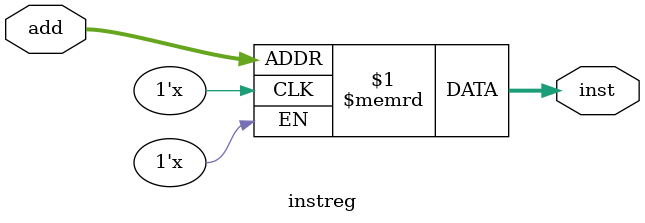
<source format=v>
module instreg(add,inst);
    input [7:0] add;
    output [15:0] inst;
    reg [15:0] mem[255:0];
    assign inst = mem[add];
endmodule 
    
        
</source>
